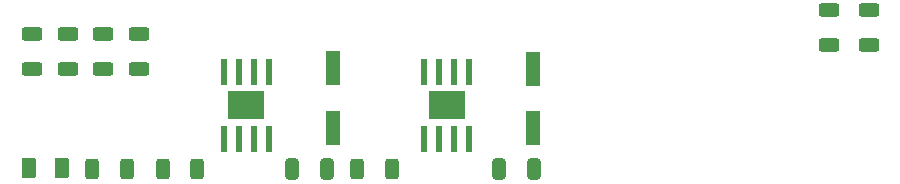
<source format=gbr>
%TF.GenerationSoftware,KiCad,Pcbnew,9.0.2*%
%TF.CreationDate,2025-06-29T11:55:11-05:00*%
%TF.ProjectId,k3ng-Rotator-v2,6b336e67-2d52-46f7-9461-746f722d7632,rev?*%
%TF.SameCoordinates,Original*%
%TF.FileFunction,Paste,Top*%
%TF.FilePolarity,Positive*%
%FSLAX46Y46*%
G04 Gerber Fmt 4.6, Leading zero omitted, Abs format (unit mm)*
G04 Created by KiCad (PCBNEW 9.0.2) date 2025-06-29 11:55:11*
%MOMM*%
%LPD*%
G01*
G04 APERTURE LIST*
G04 Aperture macros list*
%AMRoundRect*
0 Rectangle with rounded corners*
0 $1 Rounding radius*
0 $2 $3 $4 $5 $6 $7 $8 $9 X,Y pos of 4 corners*
0 Add a 4 corners polygon primitive as box body*
4,1,4,$2,$3,$4,$5,$6,$7,$8,$9,$2,$3,0*
0 Add four circle primitives for the rounded corners*
1,1,$1+$1,$2,$3*
1,1,$1+$1,$4,$5*
1,1,$1+$1,$6,$7*
1,1,$1+$1,$8,$9*
0 Add four rect primitives between the rounded corners*
20,1,$1+$1,$2,$3,$4,$5,0*
20,1,$1+$1,$4,$5,$6,$7,0*
20,1,$1+$1,$6,$7,$8,$9,0*
20,1,$1+$1,$8,$9,$2,$3,0*%
G04 Aperture macros list end*
%ADD10RoundRect,0.250000X0.312500X0.625000X-0.312500X0.625000X-0.312500X-0.625000X0.312500X-0.625000X0*%
%ADD11RoundRect,0.250000X-0.625000X0.312500X-0.625000X-0.312500X0.625000X-0.312500X0.625000X0.312500X0*%
%ADD12RoundRect,0.250000X0.625000X-0.312500X0.625000X0.312500X-0.625000X0.312500X-0.625000X-0.312500X0*%
%ADD13RoundRect,0.250000X-0.325000X-0.650000X0.325000X-0.650000X0.325000X0.650000X-0.325000X0.650000X0*%
%ADD14RoundRect,0.250000X-0.375000X-0.625000X0.375000X-0.625000X0.375000X0.625000X-0.375000X0.625000X0*%
%ADD15R,3.100000X2.400000*%
%ADD16R,0.500000X2.200000*%
%ADD17R,1.168400X2.997200*%
G04 APERTURE END LIST*
D10*
%TO.C,R2*%
X111962500Y-89000000D03*
X109037500Y-89000000D03*
%TD*%
D11*
%TO.C,R3*%
X168810000Y-75575000D03*
X168810000Y-78500000D03*
%TD*%
D12*
%TO.C,R6*%
X104000000Y-80500000D03*
X104000000Y-77575000D03*
%TD*%
%TO.C,R7*%
X98000000Y-80500000D03*
X98000000Y-77575000D03*
%TD*%
D13*
%TO.C,C3*%
X120025000Y-89000000D03*
X122975000Y-89000000D03*
%TD*%
D11*
%TO.C,R4*%
X165500000Y-75575000D03*
X165500000Y-78500000D03*
%TD*%
D14*
%TO.C,D1*%
X97712557Y-88958428D03*
X100512557Y-88958428D03*
%TD*%
D11*
%TO.C,R8*%
X101000000Y-77575000D03*
X101000000Y-80500000D03*
%TD*%
%TO.C,R5*%
X107000000Y-77575000D03*
X107000000Y-80500000D03*
%TD*%
D15*
%TO.C,U1*%
X133095000Y-83625000D03*
D16*
X131190000Y-86500000D03*
X132460000Y-86500000D03*
X133730000Y-86500000D03*
X135000000Y-86500000D03*
X135000000Y-80750000D03*
X133730000Y-80750000D03*
X132460000Y-80750000D03*
X131190000Y-80750000D03*
%TD*%
D10*
%TO.C,R1*%
X128462500Y-89000000D03*
X125537500Y-89000000D03*
%TD*%
%TO.C,R9*%
X106000000Y-89000000D03*
X103075000Y-89000000D03*
%TD*%
D15*
%TO.C,U2*%
X116124367Y-83625000D03*
D16*
X114219367Y-86500000D03*
X115489367Y-86500000D03*
X116759367Y-86500000D03*
X118029367Y-86500000D03*
X118029367Y-80750000D03*
X116759367Y-80750000D03*
X115489367Y-80750000D03*
X114219367Y-80750000D03*
%TD*%
D17*
%TO.C,C2*%
X123500000Y-80485400D03*
X123500000Y-85514600D03*
%TD*%
D13*
%TO.C,C1*%
X137525000Y-89000000D03*
X140475000Y-89000000D03*
%TD*%
D17*
%TO.C,C5*%
X140440768Y-80499073D03*
X140440768Y-85528273D03*
%TD*%
M02*

</source>
